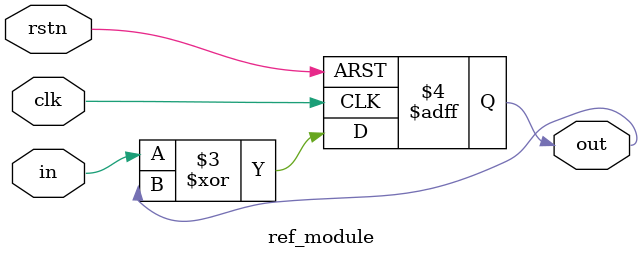
<source format=v>
module ref_module (
    input clk,
    input rstn,
    input in, 
    output reg out
);
always@(posedge clk or negedge rstn) begin
    if(~rstn) out <= 0;
	else out <= in ^ out;    
end
endmodule
</source>
